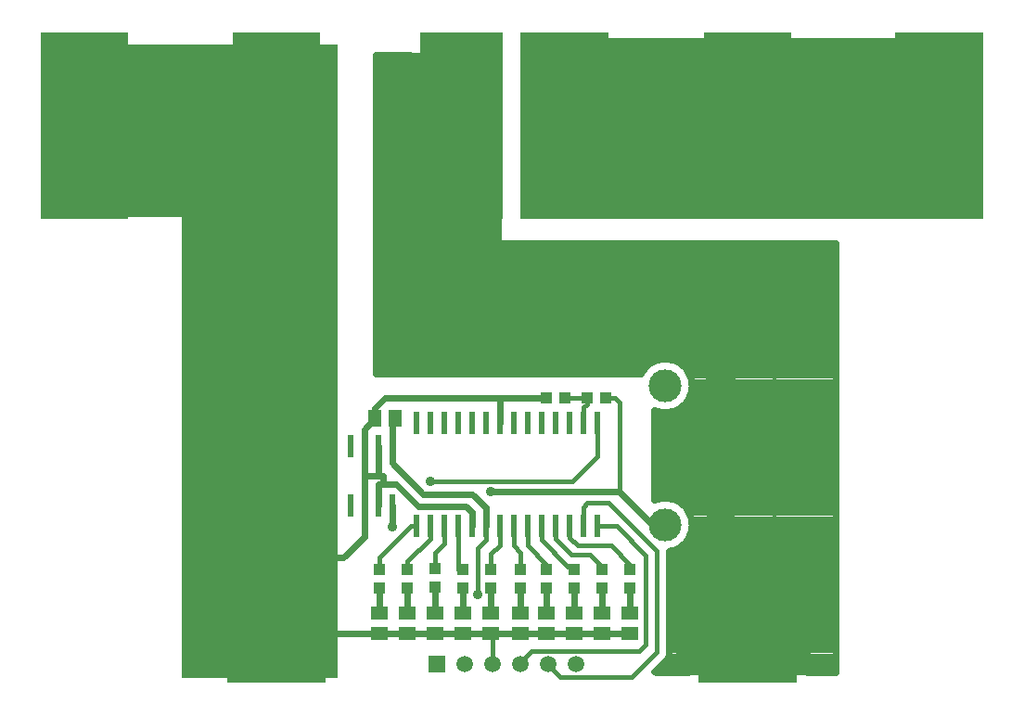
<source format=gbr>
G04 DipTrace 3.3.1.3*
G04 Top.gbr*
%MOMM*%
G04 #@! TF.FileFunction,Copper,L1,Top*
G04 #@! TF.Part,Single*
G04 #@! TA.AperFunction,CopperBalancing*
%ADD14C,0.6*%
G04 #@! TA.AperFunction,Conductor*
%ADD15C,0.4*%
%ADD16C,2.0*%
%ADD17C,0.3*%
G04 #@! TA.AperFunction,ComponentPad*
%ADD19C,5.0*%
%ADD20R,2.5X2.5*%
%ADD21R,1.3X1.5*%
%ADD22R,1.5X1.3*%
%ADD23R,1.0X1.1*%
%ADD24R,1.1X1.0*%
%ADD25R,0.6X2.0*%
G04 #@! TA.AperFunction,ComponentPad*
%ADD26R,1.5X1.5*%
%ADD27C,1.5*%
%ADD28C,3.0*%
G04 #@! TA.AperFunction,ViaPad*
%ADD29C,0.914*%
%FSLAX35Y35*%
G04*
G71*
G90*
G75*
G01*
G04 Top*
%LPD*%
X3304623Y2205877D2*
D14*
Y2428123D1*
X3336373Y2459873D1*
X4161873Y1475627D2*
Y1648127D1*
X4040000Y1770000D1*
X3590000D1*
X3304623Y2055377D1*
Y2205877D1*
X4161873Y1475627D2*
D15*
Y1348623D1*
X4090000Y1276750D1*
Y850000D1*
X5479500Y493623D2*
D14*
X5225500D1*
X4971500D1*
X4717500D1*
X4479373D1*
X4209500D1*
X3955500D1*
X3701500D1*
X3447500D1*
X3193500D1*
X2593623D1*
X2500000Y400000D1*
X3177623Y1665877D2*
Y1864007D1*
X3225250D1*
Y1937713D1*
X3177623D1*
Y2205877D1*
X3050623D2*
Y1937713D1*
Y1665877D1*
Y2205877D2*
Y2364123D1*
X3146373Y2459873D1*
X3177623Y1937713D2*
X3050623D1*
Y1665877D2*
Y1380370D1*
X2860127Y1189873D1*
X2637873D1*
X2500000Y1052000D1*
Y400000D1*
X4717500Y2650373D2*
X4288877D1*
X3241123D1*
X3146373Y2555623D1*
Y2459873D1*
X4288873Y2415627D2*
X4288877Y2650373D1*
X4034873Y1475627D2*
Y1605127D1*
X3980000Y1660000D1*
X3550000D1*
X3345993Y1864007D1*
X3225250D1*
X4225373Y221500D2*
D15*
Y477750D1*
X4209500Y493623D1*
X1606000Y4730000D2*
D16*
X1098000D1*
X500000D1*
X764627D2*
X1098000D1*
X2250000D2*
D15*
Y650000D1*
X2500000Y400000D1*
X2250000Y4730000D2*
X1606000D1*
X2000000Y400000D2*
X2500000D1*
X3925000Y4730000D2*
D17*
Y4476000D1*
Y3998500D1*
X4209500Y3714000D1*
X6305100D1*
X6686000D1*
X6800000Y3600000D1*
Y400000D1*
X6305100Y2761500D2*
Y1491600D1*
X6305000Y1491500D1*
Y405000D1*
X6300000Y400000D1*
X6800000D1*
X6305100Y2761500D2*
Y3714000D1*
X3892000Y4476000D2*
X3925000D1*
X4209500Y1085877D2*
D15*
Y1221623D1*
X4288873Y1300997D1*
Y1475627D1*
X4479373Y1085877D2*
Y1237500D1*
X4415873Y1301000D1*
Y1475627D1*
X4717500Y1085877D2*
Y1126373D1*
X4542873Y1301000D1*
Y1475627D1*
X4971500Y1085877D2*
Y1110500D1*
X4908000D1*
X4669873Y1348627D1*
Y1475627D1*
X5225500Y1085877D2*
Y1110500D1*
X5116000Y1220000D1*
X4941377D1*
X4796873Y1364503D1*
Y1475627D1*
X5479500Y1085877D2*
Y1126373D1*
X5305873Y1300000D1*
X5000000D1*
X4930000Y1370000D1*
Y1475627D1*
X4923873D1*
X4733373Y221500D2*
Y206627D1*
X4840000Y100000D1*
X5490000D1*
X5720000Y330000D1*
Y1250000D1*
X5280000Y1690000D1*
X5090000D1*
X5050873Y1650873D1*
Y1475627D1*
X4479373Y221500D2*
Y239373D1*
X4580000Y340000D1*
X5560000D1*
X5620000Y400000D1*
Y1210000D1*
X5354373Y1475627D1*
X5177873D1*
X3955500Y1085877D2*
X3907873D1*
Y1475627D1*
X3701500Y1090500D2*
Y1237500D1*
X3780873Y1316873D1*
Y1475627D1*
X4209500Y683623D2*
D14*
Y915877D1*
X4479373Y683623D2*
Y915877D1*
X4717500Y683623D2*
Y915877D1*
X4971500Y683623D2*
Y915877D1*
X5225500Y683623D2*
Y915877D1*
X5479500Y683623D2*
Y915877D1*
X3955500Y683623D2*
Y915877D1*
X3701500Y683623D2*
Y920500D1*
X3447500Y683623D2*
Y915877D1*
X3193500Y683623D2*
Y915877D1*
X5082627Y2650373D2*
D15*
Y2592627D1*
X5050873Y2560873D1*
Y2415627D1*
X4887500Y2650373D2*
X5082627D1*
X5177873Y2415627D2*
Y2117873D1*
X4950000Y1890000D1*
X3660000D1*
X3447500Y1085877D2*
Y1158127D1*
X3653873Y1364500D1*
Y1475627D1*
X3193500Y1085877D2*
Y1189877D1*
X3479250Y1475627D1*
X3526873D1*
X8019500Y4730000D2*
D16*
X7702000D1*
X8300000D1*
X6178000D2*
X4875000D1*
X6550000D2*
D15*
X7702000D1*
X6178000D2*
X6550000D1*
X5797100Y1491500D2*
D14*
X5678500D1*
X5380000Y1790000D1*
X4210000D1*
X3310000Y1470000D2*
X3304623Y1475377D1*
Y1665877D1*
X5252627Y2650373D2*
D15*
X5336627D1*
X5380000Y2607000D1*
Y1790000D1*
D29*
X4090000Y850000D3*
X3660000Y1890000D3*
X4210000Y1790000D3*
X3310000Y1470000D3*
X1606000Y412000D3*
X764627Y5746000D3*
X1606000D3*
X1860000D3*
X2114000D3*
X2368000D3*
X2622000D3*
Y5492000D3*
X2368000D3*
X2114000D3*
X1860000D3*
X1606000D3*
X764627D3*
X510627D3*
Y5746000D3*
X256623D3*
Y5492000D3*
Y5238000D3*
X510627D3*
X764627D3*
X1606000D3*
X1860000D3*
X2114000D3*
X2368000D3*
X2622000D3*
Y4984000D3*
X2368000D3*
X2114000D3*
X1860000D3*
X1606000D3*
X764627D3*
X510627D3*
X256623D3*
Y4476000D3*
X510627D3*
X764627D3*
X1606000D3*
X1860000D3*
X2114000D3*
X2368000D3*
X2622000D3*
Y4730000D3*
X1606000D3*
X764627D3*
X1606000Y666000D3*
Y920000D3*
X1860000D3*
Y666000D3*
X2114000D3*
Y920000D3*
X2368000D3*
Y666000D3*
X2622000D3*
Y920000D3*
X4146000Y5746000D3*
X3892000D3*
X3638000D3*
X3384000D3*
Y5492000D3*
X3638000D3*
X3892000D3*
X4146000D3*
Y5238000D3*
X3892000D3*
X3638000D3*
X3384000D3*
Y4984000D3*
X3638000D3*
X3892000D3*
X4146000D3*
Y4730000D3*
X3638000D3*
X3384000D3*
Y4476000D3*
X3638000D3*
X4146000D3*
X3892000D3*
X4654000Y5746000D3*
X4908000D3*
X5162000D3*
Y5492000D3*
X4908000D3*
X4654000D3*
Y5238000D3*
X4908000D3*
X5162000D3*
Y4984000D3*
X4908000D3*
X4654000D3*
X6178000D3*
X6432000D3*
X6686000D3*
X6940000D3*
Y5238000D3*
X6686000D3*
X6432000D3*
X6178000D3*
Y5492000D3*
X6432000D3*
X6686000D3*
X6940000D3*
Y5746000D3*
X6686000D3*
X6432000D3*
X6178000D3*
X8019500D3*
X8273500D3*
X8527500D3*
Y5492000D3*
X8273500D3*
X8019500D3*
Y5238000D3*
X8273500D3*
X8527500D3*
Y4984000D3*
X8273500D3*
X8019500D3*
Y4730000D3*
X6178000D3*
X8019500Y4476000D3*
X8527500D3*
X6940000D3*
X6178000D3*
X5924000Y412000D3*
Y666000D3*
Y920000D3*
X6432000D3*
X6178000Y666000D3*
Y920000D3*
X6432000Y666000D3*
X6686000D3*
Y920000D3*
X6940000D3*
Y666000D3*
X7194000D3*
Y920000D3*
Y412000D3*
X3166047Y5719833D2*
D14*
X3461570D1*
X3166047Y5660167D2*
X3461570D1*
X3166047Y5600500D2*
X3461570D1*
X3166047Y5540833D2*
X3461570D1*
X3166047Y5481167D2*
X3461570D1*
X3166047Y5421500D2*
X3461570D1*
X3166047Y5361833D2*
X3461570D1*
X3166047Y5302167D2*
X3461570D1*
X3166047Y5242500D2*
X3461570D1*
X3166047Y5182833D2*
X3461570D1*
X3166047Y5123167D2*
X3461570D1*
X3166047Y5063500D2*
X3461570D1*
X3166047Y5003833D2*
X3461570D1*
X3166047Y4944167D2*
X3461570D1*
X3166047Y4884500D2*
X3461570D1*
X3166047Y4824833D2*
X3461570D1*
X3166047Y4765167D2*
X3461570D1*
X3166047Y4705500D2*
X3461570D1*
X3166047Y4645833D2*
X3461570D1*
X3166047Y4586167D2*
X3461570D1*
X3166047Y4526500D2*
X3461570D1*
X3166047Y4466833D2*
X3461570D1*
X3166047Y4407167D2*
X3461570D1*
X3166047Y4347500D2*
X3461570D1*
X3166047Y4287833D2*
X3461570D1*
X3166047Y4228167D2*
X3461570D1*
X3166047Y4168500D2*
X4237040D1*
X3166047Y4108833D2*
X4237040D1*
X3166047Y4049167D2*
X7348487D1*
X3166047Y3989500D2*
X7348487D1*
X3166047Y3929833D2*
X7348487D1*
X3166047Y3870167D2*
X7348487D1*
X3166047Y3810500D2*
X7348487D1*
X3166047Y3750833D2*
X7348487D1*
X3166047Y3691167D2*
X7348487D1*
X3166047Y3631500D2*
X7348487D1*
X3166047Y3571833D2*
X7348487D1*
X3166047Y3512167D2*
X7348487D1*
X3166047Y3452500D2*
X7348487D1*
X3166047Y3392833D2*
X7348487D1*
X3166047Y3333167D2*
X7348487D1*
X3166047Y3273500D2*
X7348487D1*
X3166047Y3213833D2*
X7348487D1*
X3166047Y3154167D2*
X7348487D1*
X3166047Y3094500D2*
X7348487D1*
X3166047Y3034833D2*
X7348487D1*
X3166047Y2975167D2*
X5676597D1*
X5917557D2*
X7348487D1*
X3166047Y2915500D2*
X5603863D1*
X5990290D2*
X7348487D1*
X6026383Y2855833D2*
X7348487D1*
X6042973Y2796167D2*
X7348487D1*
X6044250Y2736500D2*
X7348487D1*
X6030213Y2676833D2*
X7348487D1*
X5997857Y2617167D2*
X7348487D1*
X5934053Y2557500D2*
X7348487D1*
X5706007Y2497833D2*
X7348487D1*
X5706007Y2438167D2*
X7348487D1*
X5706007Y2378500D2*
X7348487D1*
X5706007Y2318833D2*
X7348487D1*
X5706007Y2259167D2*
X7348487D1*
X5706007Y2199500D2*
X7348487D1*
X5706007Y2139833D2*
X7348487D1*
X5706007Y2080167D2*
X7348487D1*
X5706007Y2020500D2*
X7348487D1*
X5706007Y1960833D2*
X7348487D1*
X5706007Y1901167D2*
X7348487D1*
X5706007Y1841500D2*
X7348487D1*
X5706007Y1781833D2*
X7348487D1*
X5877633Y1722167D2*
X7348487D1*
X5974887Y1662500D2*
X7348487D1*
X6018453Y1602833D2*
X7348487D1*
X6039963Y1543167D2*
X7348487D1*
X6045343Y1483500D2*
X7348487D1*
X6035863Y1423833D2*
X7348487D1*
X6009340Y1364167D2*
X7348487D1*
X5957297Y1304500D2*
X7348487D1*
X5838440Y1244833D2*
X7348487D1*
X5838440Y1185167D2*
X7348487D1*
X5838440Y1125500D2*
X7348487D1*
X5838440Y1065833D2*
X7348487D1*
X5838440Y1006167D2*
X7348487D1*
X5838440Y946500D2*
X7348487D1*
X5838440Y886833D2*
X7348487D1*
X5838440Y827167D2*
X7348487D1*
X5838440Y767500D2*
X7348487D1*
X5838440Y707833D2*
X7348487D1*
X5838440Y648167D2*
X6001623D1*
X7098440D2*
X7348487D1*
X5838440Y588500D2*
X6001623D1*
X7098440D2*
X7348487D1*
X5838440Y528833D2*
X6001623D1*
X7098440D2*
X7348487D1*
X5838440Y469167D2*
X6001623D1*
X7098440D2*
X7348487D1*
X5838440Y409500D2*
X6001623D1*
X7098440D2*
X7348487D1*
X5838440Y349833D2*
X6001623D1*
X7098440D2*
X7348487D1*
X5831150Y290167D2*
X6001623D1*
X7098440D2*
X7348487D1*
X5785487Y230500D2*
X6001623D1*
X7098440D2*
X7348487D1*
X5725787Y170833D2*
X6001623D1*
X7098440D2*
X7348487D1*
X6038753Y1472480D2*
X6036517Y1453580D1*
X6032803Y1434913D1*
X6027637Y1416593D1*
X6021050Y1398737D1*
X6013080Y1381453D1*
X6003780Y1364847D1*
X5993207Y1349020D1*
X5981423Y1334073D1*
X5968503Y1320097D1*
X5954527Y1307177D1*
X5939580Y1295393D1*
X5923753Y1284820D1*
X5907147Y1275520D1*
X5889863Y1267550D1*
X5872007Y1260963D1*
X5853687Y1255797D1*
X5832437Y1251780D1*
X5832053Y321180D1*
X5829293Y303760D1*
X5823843Y286987D1*
X5815837Y271270D1*
X5805470Y257003D1*
X5733483Y184523D1*
X5700033Y151077D1*
X5716667Y140373D1*
X6007513D1*
X6007600Y692400D1*
X7092400D1*
Y140330D1*
X7354467Y140373D1*
X7354500Y4064917D1*
X4270647Y4065093D1*
X4261520Y4067283D1*
X4253517Y4072187D1*
X4247420Y4079323D1*
X4243830Y4087997D1*
X4243000Y4095010D1*
Y4187513D1*
X3467540Y4187600D1*
Y5779463D1*
X3160017Y5779500D1*
X3160000Y2870867D1*
X5580820Y2870873D1*
X5590420Y2888153D1*
X5600993Y2903980D1*
X5612777Y2918927D1*
X5625697Y2932903D1*
X5639673Y2945823D1*
X5654620Y2957607D1*
X5670447Y2968180D1*
X5687053Y2977480D1*
X5704337Y2985450D1*
X5722193Y2992037D1*
X5740513Y2997203D1*
X5759180Y3000917D1*
X5778080Y3003153D1*
X5797100Y3003900D1*
X5816120Y3003153D1*
X5835020Y3000917D1*
X5853687Y2997203D1*
X5872007Y2992037D1*
X5889863Y2985450D1*
X5907147Y2977480D1*
X5923753Y2968180D1*
X5939580Y2957607D1*
X5954527Y2945823D1*
X5968503Y2932903D1*
X5981423Y2918927D1*
X5993207Y2903980D1*
X6003780Y2888153D1*
X6013080Y2871547D1*
X6021050Y2854263D1*
X6027637Y2836407D1*
X6032803Y2818087D1*
X6036517Y2799420D1*
X6038753Y2780520D1*
X6039500Y2761500D1*
X6038753Y2742480D1*
X6036517Y2723580D1*
X6032803Y2704913D1*
X6027637Y2686593D1*
X6021050Y2668737D1*
X6013080Y2651453D1*
X6003780Y2634847D1*
X5993207Y2619020D1*
X5981423Y2604073D1*
X5968503Y2590097D1*
X5954527Y2577177D1*
X5939580Y2565393D1*
X5923753Y2554820D1*
X5907147Y2545520D1*
X5889863Y2537550D1*
X5872007Y2530963D1*
X5853687Y2525797D1*
X5835020Y2522083D1*
X5816120Y2519847D1*
X5797100Y2519100D1*
X5778080Y2519847D1*
X5759180Y2522083D1*
X5740513Y2525797D1*
X5722193Y2530963D1*
X5699950Y2539573D1*
X5700000Y1713673D1*
X5722193Y1722037D1*
X5740513Y1727203D1*
X5759180Y1730917D1*
X5778080Y1733153D1*
X5797100Y1733900D1*
X5816120Y1733153D1*
X5835020Y1730917D1*
X5853687Y1727203D1*
X5872007Y1722037D1*
X5889863Y1715450D1*
X5907147Y1707480D1*
X5923753Y1698180D1*
X5939580Y1687607D1*
X5954527Y1675823D1*
X5968503Y1662903D1*
X5981423Y1648927D1*
X5993207Y1633980D1*
X6003780Y1618153D1*
X6013080Y1601547D1*
X6021050Y1584263D1*
X6027637Y1566407D1*
X6032803Y1548087D1*
X6036517Y1529420D1*
X6038753Y1510520D1*
X6039500Y1491500D1*
X6038753Y1472480D1*
D19*
X8300000Y4730000D3*
X500000D3*
D20*
X6800000Y400000D3*
X6300000D3*
X2500000D3*
X2000000D3*
D19*
X6550000Y4730000D3*
X2250000D3*
D21*
X3336373Y2459873D3*
X3146373D3*
D22*
X4209500Y493623D3*
Y683623D3*
X4479373Y493623D3*
Y683623D3*
X4717500Y493623D3*
Y683623D3*
X4971500Y493623D3*
Y683623D3*
X5225500Y493623D3*
Y683623D3*
X5479500Y493623D3*
Y683623D3*
X3955500Y493623D3*
Y683623D3*
X3701500Y493623D3*
Y683623D3*
X3447500Y493623D3*
Y683623D3*
X3193500Y493623D3*
Y683623D3*
D19*
X3925000Y4730000D3*
X4875000D3*
D23*
X4209500Y1085877D3*
Y915877D3*
X4479373Y1085877D3*
Y915877D3*
X4717500Y1085877D3*
Y915877D3*
X4971500Y1085877D3*
Y915877D3*
X5225500Y1085877D3*
Y915877D3*
X5479500Y1085877D3*
Y915877D3*
X3955500Y1085877D3*
Y915877D3*
X3701500Y1090500D3*
Y920500D3*
X3447500Y1085877D3*
Y915877D3*
X3193500Y1085877D3*
Y915877D3*
D24*
X5082627Y2650373D3*
X5252627D3*
X4717500D3*
X4887500D3*
D25*
X5177873Y2415627D3*
X5050873D3*
X4923873D3*
X4796873D3*
X4669873D3*
X4542873D3*
X4415873D3*
X4288873D3*
X4161873D3*
X4034873D3*
X3907873D3*
X3780873D3*
X3653873D3*
X3526873D3*
Y1475627D3*
X3653873D3*
X3780873D3*
X3907873D3*
X4034873D3*
X4161873D3*
X4288873D3*
X4415873D3*
X4542873D3*
X4669873D3*
X4796873D3*
X4923873D3*
X5050873D3*
X5177873D3*
X3304623Y2205877D3*
X3177623D3*
X3050623D3*
X2923623D3*
Y1665877D3*
X3050623D3*
X3177623D3*
X3304623D3*
D26*
X3717373Y221500D3*
D27*
X3971373D3*
X4225373D3*
X4479373D3*
X4733373D3*
X4987373D3*
D28*
X6305000Y1491500D3*
X5797100D3*
X6305100Y2761500D3*
X5797100D3*
G36*
X256627Y5873000D2*
X2510873D1*
Y4301373D1*
X256627D1*
Y5873000D1*
G37*
G36*
X3151623Y5798377D2*
X4310500D1*
Y3925123D1*
X3151623D1*
Y5798377D1*
G37*
G36*
X5900500Y748253D2*
X7107003D1*
Y113253D1*
X5900500D1*
Y748253D1*
G37*
G36*
X4527000Y4285500D2*
Y5936500D1*
X8337000D1*
Y4285500D1*
X4527000D1*
G37*
G36*
X2812500Y94500D2*
Y5873000D1*
X1383750D1*
Y94500D1*
X2812500D1*
G37*
G36*
X7900000Y5980000D2*
X8700000D1*
Y4280000D1*
X7900000D1*
Y5980000D1*
G37*
G36*
X100000D2*
X900000D1*
Y4280000D1*
X100000D1*
Y5980000D1*
G37*
G36*
X6100000Y600000D2*
X7000000D1*
Y49940D1*
X6100000D1*
Y600000D1*
G37*
G36*
X1800000D2*
X2700000D1*
Y49940D1*
X1800000D1*
Y600000D1*
G37*
G36*
X6150000Y5980000D2*
X6950000D1*
Y4280000D1*
X6150000D1*
Y5980000D1*
G37*
G36*
X1850000D2*
X2650000D1*
Y4280000D1*
X1850000D1*
Y5980000D1*
G37*
G36*
X3559940Y5980022D2*
X4319940D1*
Y4280000D1*
X3559940D1*
Y5980022D1*
G37*
G36*
X4479920D2*
X5280010D1*
Y4280000D1*
X4479920D1*
Y5980022D1*
G37*
M02*

</source>
